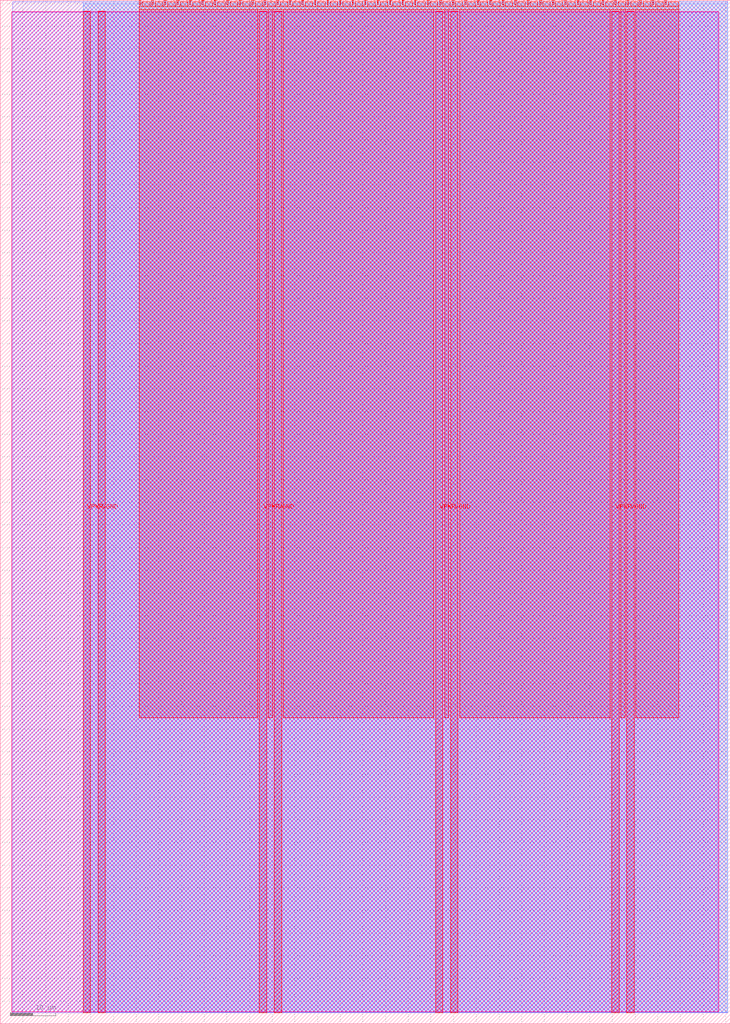
<source format=lef>
VERSION 5.7 ;
  NOWIREEXTENSIONATPIN ON ;
  DIVIDERCHAR "/" ;
  BUSBITCHARS "[]" ;
MACRO tt_um_tiny_shader_v2_mole99
  CLASS BLOCK ;
  FOREIGN tt_um_tiny_shader_v2_mole99 ;
  ORIGIN 0.000 0.000 ;
  SIZE 161.000 BY 225.760 ;
  PIN VGND
    DIRECTION INOUT ;
    USE GROUND ;
    PORT
      LAYER met4 ;
        RECT 21.580 2.480 23.180 223.280 ;
    END
    PORT
      LAYER met4 ;
        RECT 60.450 2.480 62.050 223.280 ;
    END
    PORT
      LAYER met4 ;
        RECT 99.320 2.480 100.920 223.280 ;
    END
    PORT
      LAYER met4 ;
        RECT 138.190 2.480 139.790 223.280 ;
    END
  END VGND
  PIN VPWR
    DIRECTION INOUT ;
    USE POWER ;
    PORT
      LAYER met4 ;
        RECT 18.280 2.480 19.880 223.280 ;
    END
    PORT
      LAYER met4 ;
        RECT 57.150 2.480 58.750 223.280 ;
    END
    PORT
      LAYER met4 ;
        RECT 96.020 2.480 97.620 223.280 ;
    END
    PORT
      LAYER met4 ;
        RECT 134.890 2.480 136.490 223.280 ;
    END
  END VPWR
  PIN clk
    DIRECTION INPUT ;
    USE SIGNAL ;
    ANTENNAGATEAREA 0.852000 ;
    PORT
      LAYER met4 ;
        RECT 143.830 224.760 144.130 225.760 ;
    END
  END clk
  PIN ena
    DIRECTION INPUT ;
    USE SIGNAL ;
    PORT
      LAYER met4 ;
        RECT 146.590 224.760 146.890 225.760 ;
    END
  END ena
  PIN rst_n
    DIRECTION INPUT ;
    USE SIGNAL ;
    ANTENNAGATEAREA 0.196500 ;
    PORT
      LAYER met4 ;
        RECT 141.070 224.760 141.370 225.760 ;
    END
  END rst_n
  PIN ui_in[0]
    DIRECTION INPUT ;
    USE SIGNAL ;
    ANTENNAGATEAREA 0.196500 ;
    PORT
      LAYER met4 ;
        RECT 138.310 224.760 138.610 225.760 ;
    END
  END ui_in[0]
  PIN ui_in[1]
    DIRECTION INPUT ;
    USE SIGNAL ;
    PORT
      LAYER met4 ;
        RECT 135.550 224.760 135.850 225.760 ;
    END
  END ui_in[1]
  PIN ui_in[2]
    DIRECTION INPUT ;
    USE SIGNAL ;
    PORT
      LAYER met4 ;
        RECT 132.790 224.760 133.090 225.760 ;
    END
  END ui_in[2]
  PIN ui_in[3]
    DIRECTION INPUT ;
    USE SIGNAL ;
    PORT
      LAYER met4 ;
        RECT 130.030 224.760 130.330 225.760 ;
    END
  END ui_in[3]
  PIN ui_in[4]
    DIRECTION INPUT ;
    USE SIGNAL ;
    PORT
      LAYER met4 ;
        RECT 127.270 224.760 127.570 225.760 ;
    END
  END ui_in[4]
  PIN ui_in[5]
    DIRECTION INPUT ;
    USE SIGNAL ;
    PORT
      LAYER met4 ;
        RECT 124.510 224.760 124.810 225.760 ;
    END
  END ui_in[5]
  PIN ui_in[6]
    DIRECTION INPUT ;
    USE SIGNAL ;
    PORT
      LAYER met4 ;
        RECT 121.750 224.760 122.050 225.760 ;
    END
  END ui_in[6]
  PIN ui_in[7]
    DIRECTION INPUT ;
    USE SIGNAL ;
    PORT
      LAYER met4 ;
        RECT 118.990 224.760 119.290 225.760 ;
    END
  END ui_in[7]
  PIN uio_in[0]
    DIRECTION INPUT ;
    USE SIGNAL ;
    ANTENNAGATEAREA 0.196500 ;
    PORT
      LAYER met4 ;
        RECT 116.230 224.760 116.530 225.760 ;
    END
  END uio_in[0]
  PIN uio_in[1]
    DIRECTION INPUT ;
    USE SIGNAL ;
    ANTENNAGATEAREA 0.196500 ;
    PORT
      LAYER met4 ;
        RECT 113.470 224.760 113.770 225.760 ;
    END
  END uio_in[1]
  PIN uio_in[2]
    DIRECTION INPUT ;
    USE SIGNAL ;
    PORT
      LAYER met4 ;
        RECT 110.710 224.760 111.010 225.760 ;
    END
  END uio_in[2]
  PIN uio_in[3]
    DIRECTION INPUT ;
    USE SIGNAL ;
    ANTENNAGATEAREA 0.196500 ;
    PORT
      LAYER met4 ;
        RECT 107.950 224.760 108.250 225.760 ;
    END
  END uio_in[3]
  PIN uio_in[4]
    DIRECTION INPUT ;
    USE SIGNAL ;
    PORT
      LAYER met4 ;
        RECT 105.190 224.760 105.490 225.760 ;
    END
  END uio_in[4]
  PIN uio_in[5]
    DIRECTION INPUT ;
    USE SIGNAL ;
    PORT
      LAYER met4 ;
        RECT 102.430 224.760 102.730 225.760 ;
    END
  END uio_in[5]
  PIN uio_in[6]
    DIRECTION INPUT ;
    USE SIGNAL ;
    PORT
      LAYER met4 ;
        RECT 99.670 224.760 99.970 225.760 ;
    END
  END uio_in[6]
  PIN uio_in[7]
    DIRECTION INPUT ;
    USE SIGNAL ;
    PORT
      LAYER met4 ;
        RECT 96.910 224.760 97.210 225.760 ;
    END
  END uio_in[7]
  PIN uio_oe[0]
    DIRECTION OUTPUT ;
    USE SIGNAL ;
    PORT
      LAYER met4 ;
        RECT 49.990 224.760 50.290 225.760 ;
    END
  END uio_oe[0]
  PIN uio_oe[1]
    DIRECTION OUTPUT ;
    USE SIGNAL ;
    PORT
      LAYER met4 ;
        RECT 47.230 224.760 47.530 225.760 ;
    END
  END uio_oe[1]
  PIN uio_oe[2]
    DIRECTION OUTPUT ;
    USE SIGNAL ;
    PORT
      LAYER met4 ;
        RECT 44.470 224.760 44.770 225.760 ;
    END
  END uio_oe[2]
  PIN uio_oe[3]
    DIRECTION OUTPUT ;
    USE SIGNAL ;
    PORT
      LAYER met4 ;
        RECT 41.710 224.760 42.010 225.760 ;
    END
  END uio_oe[3]
  PIN uio_oe[4]
    DIRECTION OUTPUT ;
    USE SIGNAL ;
    PORT
      LAYER met4 ;
        RECT 38.950 224.760 39.250 225.760 ;
    END
  END uio_oe[4]
  PIN uio_oe[5]
    DIRECTION OUTPUT ;
    USE SIGNAL ;
    PORT
      LAYER met4 ;
        RECT 36.190 224.760 36.490 225.760 ;
    END
  END uio_oe[5]
  PIN uio_oe[6]
    DIRECTION OUTPUT ;
    USE SIGNAL ;
    PORT
      LAYER met4 ;
        RECT 33.430 224.760 33.730 225.760 ;
    END
  END uio_oe[6]
  PIN uio_oe[7]
    DIRECTION OUTPUT ;
    USE SIGNAL ;
    PORT
      LAYER met4 ;
        RECT 30.670 224.760 30.970 225.760 ;
    END
  END uio_oe[7]
  PIN uio_out[0]
    DIRECTION OUTPUT ;
    USE SIGNAL ;
    PORT
      LAYER met4 ;
        RECT 72.070 224.760 72.370 225.760 ;
    END
  END uio_out[0]
  PIN uio_out[1]
    DIRECTION OUTPUT ;
    USE SIGNAL ;
    PORT
      LAYER met4 ;
        RECT 69.310 224.760 69.610 225.760 ;
    END
  END uio_out[1]
  PIN uio_out[2]
    DIRECTION OUTPUT ;
    USE SIGNAL ;
    ANTENNADIFFAREA 0.795200 ;
    PORT
      LAYER met4 ;
        RECT 66.550 224.760 66.850 225.760 ;
    END
  END uio_out[2]
  PIN uio_out[3]
    DIRECTION OUTPUT ;
    USE SIGNAL ;
    PORT
      LAYER met4 ;
        RECT 63.790 224.760 64.090 225.760 ;
    END
  END uio_out[3]
  PIN uio_out[4]
    DIRECTION OUTPUT ;
    USE SIGNAL ;
    ANTENNADIFFAREA 0.445500 ;
    PORT
      LAYER met4 ;
        RECT 61.030 224.760 61.330 225.760 ;
    END
  END uio_out[4]
  PIN uio_out[5]
    DIRECTION OUTPUT ;
    USE SIGNAL ;
    ANTENNADIFFAREA 0.445500 ;
    PORT
      LAYER met4 ;
        RECT 58.270 224.760 58.570 225.760 ;
    END
  END uio_out[5]
  PIN uio_out[6]
    DIRECTION OUTPUT ;
    USE SIGNAL ;
    PORT
      LAYER met4 ;
        RECT 55.510 224.760 55.810 225.760 ;
    END
  END uio_out[6]
  PIN uio_out[7]
    DIRECTION OUTPUT ;
    USE SIGNAL ;
    PORT
      LAYER met4 ;
        RECT 52.750 224.760 53.050 225.760 ;
    END
  END uio_out[7]
  PIN uo_out[0]
    DIRECTION OUTPUT ;
    USE SIGNAL ;
    ANTENNAGATEAREA 0.126000 ;
    ANTENNADIFFAREA 0.891000 ;
    PORT
      LAYER met4 ;
        RECT 94.150 224.760 94.450 225.760 ;
    END
  END uo_out[0]
  PIN uo_out[1]
    DIRECTION OUTPUT ;
    USE SIGNAL ;
    ANTENNAGATEAREA 0.126000 ;
    ANTENNADIFFAREA 0.891000 ;
    PORT
      LAYER met4 ;
        RECT 91.390 224.760 91.690 225.760 ;
    END
  END uo_out[1]
  PIN uo_out[2]
    DIRECTION OUTPUT ;
    USE SIGNAL ;
    ANTENNAGATEAREA 0.126000 ;
    ANTENNADIFFAREA 0.891000 ;
    PORT
      LAYER met4 ;
        RECT 88.630 224.760 88.930 225.760 ;
    END
  END uo_out[2]
  PIN uo_out[3]
    DIRECTION OUTPUT ;
    USE SIGNAL ;
    ANTENNADIFFAREA 0.445500 ;
    PORT
      LAYER met4 ;
        RECT 85.870 224.760 86.170 225.760 ;
    END
  END uo_out[3]
  PIN uo_out[4]
    DIRECTION OUTPUT ;
    USE SIGNAL ;
    ANTENNAGATEAREA 0.126000 ;
    ANTENNADIFFAREA 0.891000 ;
    PORT
      LAYER met4 ;
        RECT 83.110 224.760 83.410 225.760 ;
    END
  END uo_out[4]
  PIN uo_out[5]
    DIRECTION OUTPUT ;
    USE SIGNAL ;
    ANTENNAGATEAREA 0.126000 ;
    ANTENNADIFFAREA 0.891000 ;
    PORT
      LAYER met4 ;
        RECT 80.350 224.760 80.650 225.760 ;
    END
  END uo_out[5]
  PIN uo_out[6]
    DIRECTION OUTPUT ;
    USE SIGNAL ;
    ANTENNAGATEAREA 0.126000 ;
    ANTENNADIFFAREA 0.891000 ;
    PORT
      LAYER met4 ;
        RECT 77.590 224.760 77.890 225.760 ;
    END
  END uo_out[6]
  PIN uo_out[7]
    DIRECTION OUTPUT ;
    USE SIGNAL ;
    ANTENNADIFFAREA 0.445500 ;
    PORT
      LAYER met4 ;
        RECT 74.830 224.760 75.130 225.760 ;
    END
  END uo_out[7]
  OBS
      LAYER nwell ;
        RECT 2.570 2.635 158.430 223.230 ;
      LAYER li1 ;
        RECT 2.760 2.635 158.240 223.125 ;
      LAYER met1 ;
        RECT 2.760 2.480 160.470 225.380 ;
      LAYER met2 ;
        RECT 18.310 2.535 160.450 225.410 ;
      LAYER met3 ;
        RECT 18.290 2.555 160.475 224.905 ;
      LAYER met4 ;
        RECT 31.370 224.360 33.030 225.410 ;
        RECT 34.130 224.360 35.790 225.410 ;
        RECT 36.890 224.360 38.550 225.410 ;
        RECT 39.650 224.360 41.310 225.410 ;
        RECT 42.410 224.360 44.070 225.410 ;
        RECT 45.170 224.360 46.830 225.410 ;
        RECT 47.930 224.360 49.590 225.410 ;
        RECT 50.690 224.360 52.350 225.410 ;
        RECT 53.450 224.360 55.110 225.410 ;
        RECT 56.210 224.360 57.870 225.410 ;
        RECT 58.970 224.360 60.630 225.410 ;
        RECT 61.730 224.360 63.390 225.410 ;
        RECT 64.490 224.360 66.150 225.410 ;
        RECT 67.250 224.360 68.910 225.410 ;
        RECT 70.010 224.360 71.670 225.410 ;
        RECT 72.770 224.360 74.430 225.410 ;
        RECT 75.530 224.360 77.190 225.410 ;
        RECT 78.290 224.360 79.950 225.410 ;
        RECT 81.050 224.360 82.710 225.410 ;
        RECT 83.810 224.360 85.470 225.410 ;
        RECT 86.570 224.360 88.230 225.410 ;
        RECT 89.330 224.360 90.990 225.410 ;
        RECT 92.090 224.360 93.750 225.410 ;
        RECT 94.850 224.360 96.510 225.410 ;
        RECT 97.610 224.360 99.270 225.410 ;
        RECT 100.370 224.360 102.030 225.410 ;
        RECT 103.130 224.360 104.790 225.410 ;
        RECT 105.890 224.360 107.550 225.410 ;
        RECT 108.650 224.360 110.310 225.410 ;
        RECT 111.410 224.360 113.070 225.410 ;
        RECT 114.170 224.360 115.830 225.410 ;
        RECT 116.930 224.360 118.590 225.410 ;
        RECT 119.690 224.360 121.350 225.410 ;
        RECT 122.450 224.360 124.110 225.410 ;
        RECT 125.210 224.360 126.870 225.410 ;
        RECT 127.970 224.360 129.630 225.410 ;
        RECT 130.730 224.360 132.390 225.410 ;
        RECT 133.490 224.360 135.150 225.410 ;
        RECT 136.250 224.360 137.910 225.410 ;
        RECT 139.010 224.360 140.670 225.410 ;
        RECT 141.770 224.360 143.430 225.410 ;
        RECT 144.530 224.360 146.190 225.410 ;
        RECT 147.290 224.360 149.665 225.410 ;
        RECT 30.655 223.680 149.665 224.360 ;
        RECT 30.655 67.495 56.750 223.680 ;
        RECT 59.150 67.495 60.050 223.680 ;
        RECT 62.450 67.495 95.620 223.680 ;
        RECT 98.020 67.495 98.920 223.680 ;
        RECT 101.320 67.495 134.490 223.680 ;
        RECT 136.890 67.495 137.790 223.680 ;
        RECT 140.190 67.495 149.665 223.680 ;
  END
END tt_um_tiny_shader_v2_mole99
END LIBRARY


</source>
